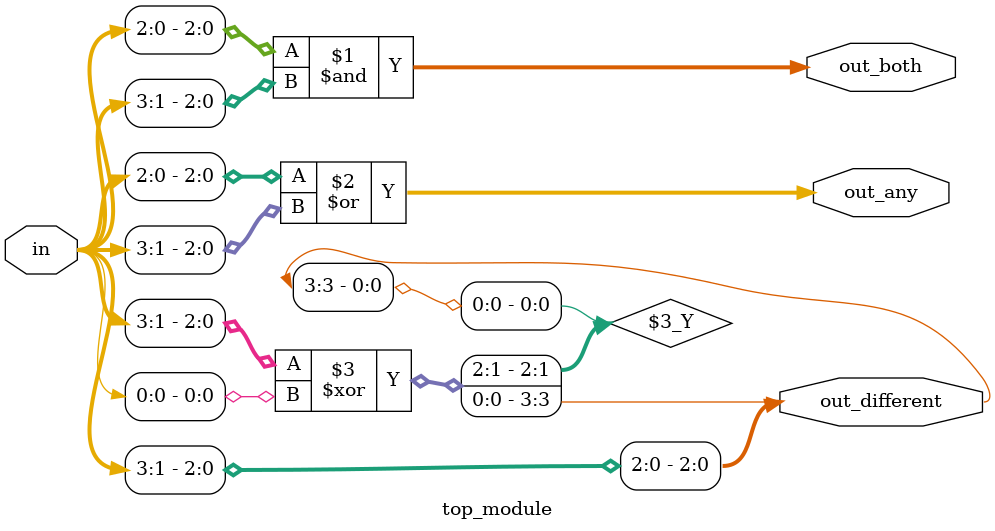
<source format=sv>
module top_module (
	input [3:0] in,
	output [2:0] out_both,
	output [3:1] out_any,
	output [3:0] out_different
);

	assign out_both = in[2:0] & in[3:1];
	assign out_any = in[2:0] | in[3:1];
	assign out_different = {in[3:1] ^ in[0], in[3:1]};

endmodule

</source>
